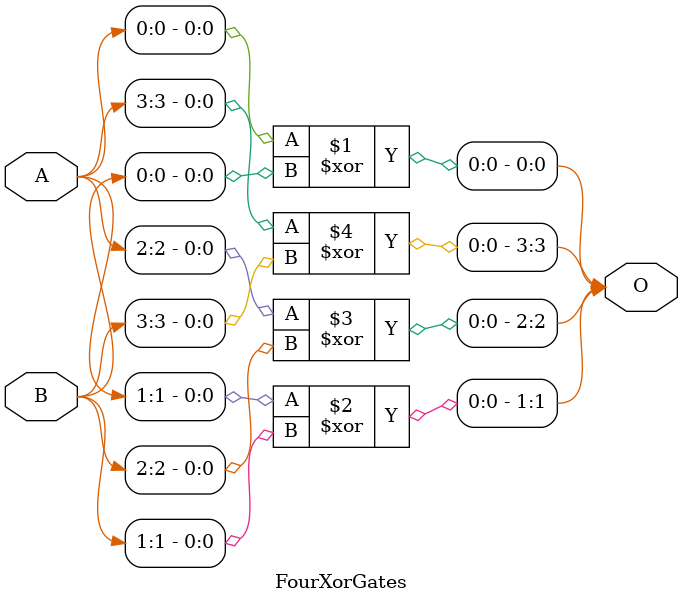
<source format=sv>
`timescale 1ns / 1ps


module FourXorGates(
    input [3:0] A,
    input [3:0] B,
    output [3:0] O
    );
    
    xor(O[0], A[0], B[0]);
    xor(O[1], A[1], B[1]);
    xor(O[2], A[2], B[2]);
    xor(O[3], A[3], B[3]);
endmodule

</source>
